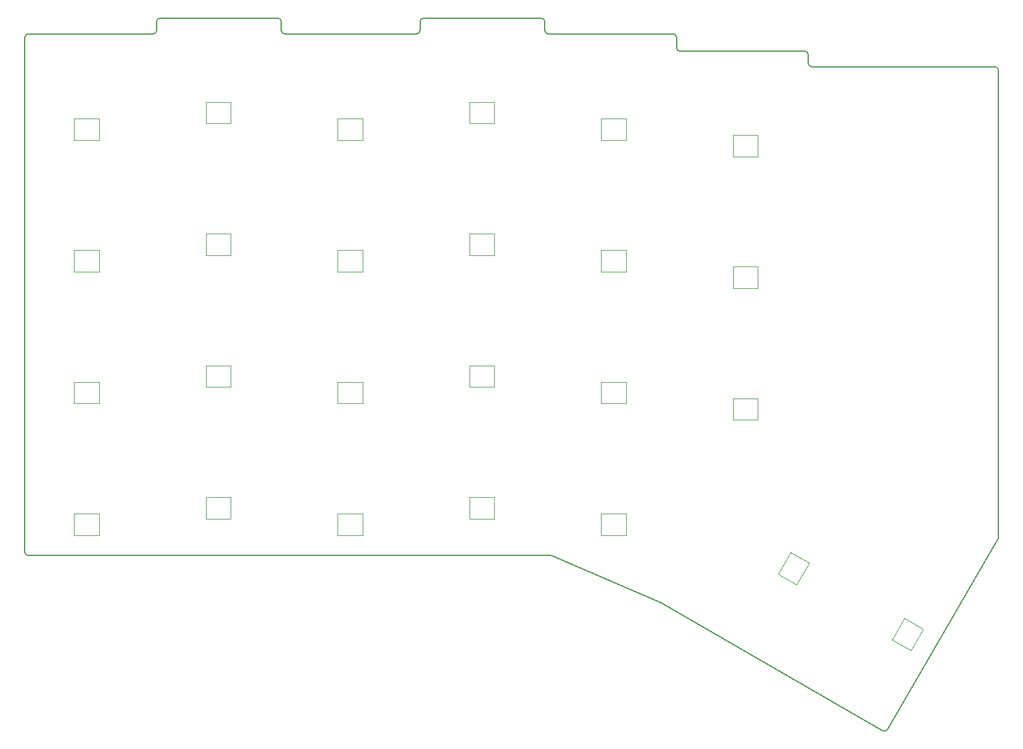
<source format=gm1>
G04 #@! TF.GenerationSoftware,KiCad,Pcbnew,8.0.8+1*
G04 #@! TF.CreationDate,2025-06-17T15:50:22+00:00*
G04 #@! TF.ProjectId,eggada50,65676761-6461-4353-902e-6b696361645f,0.2*
G04 #@! TF.SameCoordinates,Original*
G04 #@! TF.FileFunction,Profile,NP*
%FSLAX46Y46*%
G04 Gerber Fmt 4.6, Leading zero omitted, Abs format (unit mm)*
G04 Created by KiCad (PCBNEW 8.0.8+1) date 2025-06-17 15:50:22*
%MOMM*%
%LPD*%
G01*
G04 APERTURE LIST*
G04 #@! TA.AperFunction,Profile*
%ADD10C,0.150000*%
G04 #@! TD*
G04 #@! TA.AperFunction,Profile*
%ADD11C,0.120000*%
G04 #@! TD*
G04 APERTURE END LIST*
D10*
X91081987Y-108740013D02*
X91080013Y-34490013D01*
X91580013Y-33990000D02*
X109580000Y-33990000D01*
X110080000Y-33490000D02*
X110080000Y-32238000D01*
X110580000Y-31738000D02*
X127582000Y-31738000D01*
X128082000Y-32238000D02*
X128082000Y-33490000D01*
X128582000Y-33990000D02*
X147580000Y-33990000D01*
X148080000Y-33490000D02*
X148080000Y-32238000D01*
X148580000Y-31738000D02*
X165582000Y-31738000D01*
X166082000Y-32238000D02*
X166082000Y-33490000D01*
X166582000Y-33990000D02*
X184582000Y-33990000D01*
X185082000Y-34490000D02*
X185082000Y-35988000D01*
X185582000Y-36488000D02*
X203582222Y-36488000D01*
X204082222Y-36987778D02*
X204082778Y-38240222D01*
X231198000Y-107346596D02*
X215531712Y-134311099D01*
X183165421Y-116200186D02*
X214849384Y-134492930D01*
X183113914Y-116174286D02*
X167176994Y-109281088D01*
X91581987Y-109240000D02*
X166978501Y-109240000D01*
X204582778Y-38740000D02*
X231013000Y-38740000D01*
X231513000Y-39240000D02*
X231513000Y-106667025D01*
X231446013Y-106917025D02*
X231198000Y-107346596D01*
X91080013Y-34490013D02*
G75*
G02*
X91580013Y-33990013I499987J13D01*
G01*
X110080000Y-33490000D02*
G75*
G02*
X109580000Y-33990000I-500000J0D01*
G01*
X110080000Y-32238000D02*
G75*
G02*
X110580000Y-31738000I500000J0D01*
G01*
X127582000Y-31738000D02*
G75*
G02*
X128082000Y-32238000I0J-500000D01*
G01*
X128582000Y-33990000D02*
G75*
G02*
X128082000Y-33490000I0J500000D01*
G01*
X148080000Y-33490000D02*
G75*
G02*
X147580000Y-33990000I-500000J0D01*
G01*
X148080000Y-32238000D02*
G75*
G02*
X148580000Y-31738000I500000J0D01*
G01*
X165582000Y-31738000D02*
G75*
G02*
X166082000Y-32238000I0J-500000D01*
G01*
X166582000Y-33990000D02*
G75*
G02*
X166082000Y-33490000I0J500000D01*
G01*
X184582000Y-33990000D02*
G75*
G02*
X185082000Y-34490000I0J-500000D01*
G01*
X185582000Y-36488000D02*
G75*
G02*
X185082000Y-35988000I0J500000D01*
G01*
X203582222Y-36488000D02*
G75*
G02*
X204082200Y-36987778I-22J-500000D01*
G01*
X204582778Y-38740000D02*
G75*
G02*
X204082800Y-38240222I22J500000D01*
G01*
X231013000Y-38740000D02*
G75*
G02*
X231513000Y-39240000I0J-500000D01*
G01*
X231513000Y-106667025D02*
G75*
G02*
X231446002Y-106917019I-500000J25D01*
G01*
X215531712Y-134311099D02*
G75*
G02*
X214849398Y-134492905I-432312J251199D01*
G01*
X183113914Y-116174286D02*
G75*
G02*
X183165420Y-116200188I-198514J-458914D01*
G01*
X166978501Y-109240000D02*
G75*
G02*
X167176994Y-109281088I-1J-500000D01*
G01*
X91581987Y-109240000D02*
G75*
G02*
X91082000Y-108740013I13J500000D01*
G01*
D11*
X101800000Y-106300000D02*
X98200000Y-106300000D01*
X98200000Y-103200000D01*
X101800000Y-103200000D01*
X101800000Y-106300000D01*
X101800000Y-87300000D02*
X98200000Y-87300000D01*
X98200000Y-84200000D01*
X101800000Y-84200000D01*
X101800000Y-87300000D01*
X101800000Y-68300000D02*
X98200000Y-68300000D01*
X98200000Y-65200000D01*
X101800000Y-65200000D01*
X101800000Y-68300000D01*
X101800000Y-49300000D02*
X98200000Y-49300000D01*
X98200000Y-46200000D01*
X101800000Y-46200000D01*
X101800000Y-49300000D01*
X120800000Y-103925000D02*
X117200000Y-103925000D01*
X117200000Y-100825000D01*
X120800000Y-100825000D01*
X120800000Y-103925000D01*
X120800000Y-84925000D02*
X117200000Y-84925000D01*
X117200000Y-81825000D01*
X120800000Y-81825000D01*
X120800000Y-84925000D01*
X120800000Y-65925000D02*
X117200000Y-65925000D01*
X117200000Y-62825000D01*
X120800000Y-62825000D01*
X120800000Y-65925000D01*
X120800000Y-46925000D02*
X117200000Y-46925000D01*
X117200000Y-43825000D01*
X120800000Y-43825000D01*
X120800000Y-46925000D01*
X139800000Y-106300000D02*
X136200000Y-106300000D01*
X136200000Y-103200000D01*
X139800000Y-103200000D01*
X139800000Y-106300000D01*
X139800000Y-87300000D02*
X136200000Y-87300000D01*
X136200000Y-84200000D01*
X139800000Y-84200000D01*
X139800000Y-87300000D01*
X139800000Y-68300000D02*
X136200000Y-68300000D01*
X136200000Y-65200000D01*
X139800000Y-65200000D01*
X139800000Y-68300000D01*
X139800000Y-49300000D02*
X136200000Y-49300000D01*
X136200000Y-46200000D01*
X139800000Y-46200000D01*
X139800000Y-49300000D01*
X158800000Y-103925000D02*
X155200000Y-103925000D01*
X155200000Y-100825000D01*
X158800000Y-100825000D01*
X158800000Y-103925000D01*
X158800000Y-84925000D02*
X155200000Y-84925000D01*
X155200000Y-81825000D01*
X158800000Y-81825000D01*
X158800000Y-84925000D01*
X158800000Y-65925000D02*
X155200000Y-65925000D01*
X155200000Y-62825000D01*
X158800000Y-62825000D01*
X158800000Y-65925000D01*
X158800000Y-46925000D02*
X155200000Y-46925000D01*
X155200000Y-43825000D01*
X158800000Y-43825000D01*
X158800000Y-46925000D01*
X177800000Y-106300000D02*
X174200000Y-106300000D01*
X174200000Y-103200000D01*
X177800000Y-103200000D01*
X177800000Y-106300000D01*
X177800000Y-87300000D02*
X174200000Y-87300000D01*
X174200000Y-84200000D01*
X177800000Y-84200000D01*
X177800000Y-87300000D01*
X177800000Y-68300000D02*
X174200000Y-68300000D01*
X174200000Y-65200000D01*
X177800000Y-65200000D01*
X177800000Y-68300000D01*
X177800000Y-49300000D02*
X174200000Y-49300000D01*
X174200000Y-46200000D01*
X177800000Y-46200000D01*
X177800000Y-49300000D01*
X196800000Y-89675000D02*
X193200000Y-89675000D01*
X193200000Y-86575000D01*
X196800000Y-86575000D01*
X196800000Y-89675000D01*
X196800000Y-70675000D02*
X193200000Y-70675000D01*
X193200000Y-67575000D01*
X196800000Y-67575000D01*
X196800000Y-70675000D01*
X196800000Y-51675000D02*
X193200000Y-51675000D01*
X193200000Y-48575000D01*
X196800000Y-48575000D01*
X196800000Y-51675000D01*
X204205960Y-110331154D02*
X202405960Y-113448846D01*
X199721282Y-111898846D01*
X201521282Y-108781154D01*
X204205960Y-110331154D01*
X220660442Y-119831154D02*
X218860442Y-122948846D01*
X216175764Y-121398846D01*
X217975764Y-118281154D01*
X220660442Y-119831154D01*
M02*

</source>
